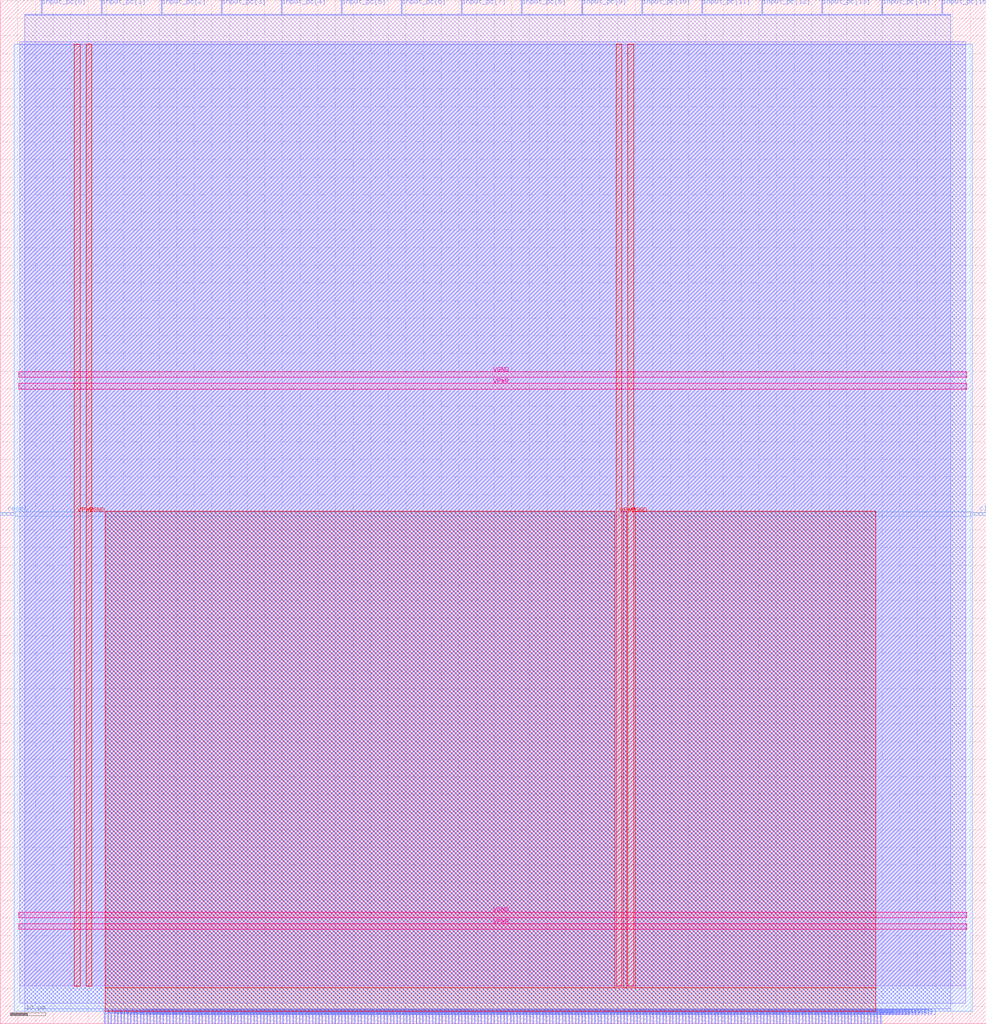
<source format=lef>
VERSION 5.7 ;
  NOWIREEXTENSIONATPIN ON ;
  DIVIDERCHAR "/" ;
  BUSBITCHARS "[]" ;
MACRO shifter
  CLASS BLOCK ;
  FOREIGN shifter ;
  ORIGIN 0.000 0.000 ;
  SIZE 279.495 BY 290.215 ;
  PIN VGND
    DIRECTION INOUT ;
    USE GROUND ;
    PORT
      LAYER met4 ;
        RECT 24.340 10.640 25.940 277.680 ;
    END
    PORT
      LAYER met4 ;
        RECT 177.940 10.640 179.540 277.680 ;
    END
    PORT
      LAYER met5 ;
        RECT 5.280 30.030 273.940 31.630 ;
    END
    PORT
      LAYER met5 ;
        RECT 5.280 183.210 273.940 184.810 ;
    END
  END VGND
  PIN VPWR
    DIRECTION INOUT ;
    USE POWER ;
    PORT
      LAYER met4 ;
        RECT 21.040 10.640 22.640 277.680 ;
    END
    PORT
      LAYER met4 ;
        RECT 174.640 10.640 176.240 277.680 ;
    END
    PORT
      LAYER met5 ;
        RECT 5.280 26.730 273.940 28.330 ;
    END
    PORT
      LAYER met5 ;
        RECT 5.280 179.910 273.940 181.510 ;
    END
  END VPWR
  PIN clk
    DIRECTION INPUT ;
    USE SIGNAL ;
    ANTENNAGATEAREA 0.852000 ;
    PORT
      LAYER met3 ;
        RECT 275.495 144.200 279.495 144.800 ;
    END
  END clk
  PIN input_pc[0]
    DIRECTION INPUT ;
    USE SIGNAL ;
    ANTENNAGATEAREA 0.213000 ;
    PORT
      LAYER met2 ;
        RECT 11.590 286.215 11.870 290.215 ;
    END
  END input_pc[0]
  PIN input_pc[10]
    DIRECTION INPUT ;
    USE SIGNAL ;
    ANTENNAGATEAREA 0.213000 ;
    PORT
      LAYER met2 ;
        RECT 181.790 286.215 182.070 290.215 ;
    END
  END input_pc[10]
  PIN input_pc[11]
    DIRECTION INPUT ;
    USE SIGNAL ;
    ANTENNAGATEAREA 0.196500 ;
    PORT
      LAYER met2 ;
        RECT 198.810 286.215 199.090 290.215 ;
    END
  END input_pc[11]
  PIN input_pc[12]
    DIRECTION INPUT ;
    USE SIGNAL ;
    ANTENNAGATEAREA 0.196500 ;
    PORT
      LAYER met2 ;
        RECT 215.830 286.215 216.110 290.215 ;
    END
  END input_pc[12]
  PIN input_pc[13]
    DIRECTION INPUT ;
    USE SIGNAL ;
    ANTENNAGATEAREA 0.196500 ;
    PORT
      LAYER met2 ;
        RECT 232.850 286.215 233.130 290.215 ;
    END
  END input_pc[13]
  PIN input_pc[14]
    DIRECTION INPUT ;
    USE SIGNAL ;
    ANTENNAGATEAREA 0.126000 ;
    PORT
      LAYER met2 ;
        RECT 249.870 286.215 250.150 290.215 ;
    END
  END input_pc[14]
  PIN input_pc[15]
    DIRECTION INPUT ;
    USE SIGNAL ;
    ANTENNAGATEAREA 0.126000 ;
    PORT
      LAYER met2 ;
        RECT 266.890 286.215 267.170 290.215 ;
    END
  END input_pc[15]
  PIN input_pc[1]
    DIRECTION INPUT ;
    USE SIGNAL ;
    ANTENNAGATEAREA 0.196500 ;
    PORT
      LAYER met2 ;
        RECT 28.610 286.215 28.890 290.215 ;
    END
  END input_pc[1]
  PIN input_pc[2]
    DIRECTION INPUT ;
    USE SIGNAL ;
    ANTENNAGATEAREA 0.126000 ;
    PORT
      LAYER met2 ;
        RECT 45.630 286.215 45.910 290.215 ;
    END
  END input_pc[2]
  PIN input_pc[3]
    DIRECTION INPUT ;
    USE SIGNAL ;
    ANTENNAGATEAREA 0.213000 ;
    PORT
      LAYER met2 ;
        RECT 62.650 286.215 62.930 290.215 ;
    END
  END input_pc[3]
  PIN input_pc[4]
    DIRECTION INPUT ;
    USE SIGNAL ;
    ANTENNAGATEAREA 0.196500 ;
    PORT
      LAYER met2 ;
        RECT 79.670 286.215 79.950 290.215 ;
    END
  END input_pc[4]
  PIN input_pc[5]
    DIRECTION INPUT ;
    USE SIGNAL ;
    ANTENNAGATEAREA 0.213000 ;
    PORT
      LAYER met2 ;
        RECT 96.690 286.215 96.970 290.215 ;
    END
  END input_pc[5]
  PIN input_pc[6]
    DIRECTION INPUT ;
    USE SIGNAL ;
    ANTENNAGATEAREA 0.213000 ;
    PORT
      LAYER met2 ;
        RECT 113.710 286.215 113.990 290.215 ;
    END
  END input_pc[6]
  PIN input_pc[7]
    DIRECTION INPUT ;
    USE SIGNAL ;
    ANTENNAGATEAREA 0.213000 ;
    PORT
      LAYER met2 ;
        RECT 130.730 286.215 131.010 290.215 ;
    END
  END input_pc[7]
  PIN input_pc[8]
    DIRECTION INPUT ;
    USE SIGNAL ;
    ANTENNAGATEAREA 0.213000 ;
    PORT
      LAYER met2 ;
        RECT 147.750 286.215 148.030 290.215 ;
    END
  END input_pc[8]
  PIN input_pc[9]
    DIRECTION INPUT ;
    USE SIGNAL ;
    ANTENNAGATEAREA 0.213000 ;
    PORT
      LAYER met2 ;
        RECT 164.770 286.215 165.050 290.215 ;
    END
  END input_pc[9]
  PIN output_ai[0]
    DIRECTION OUTPUT ;
    USE SIGNAL ;
    ANTENNADIFFAREA 0.445500 ;
    PORT
      LAYER met2 ;
        RECT 29.530 0.000 29.810 4.000 ;
    END
  END output_ai[0]
  PIN output_ai[100]
    DIRECTION OUTPUT ;
    USE SIGNAL ;
    ANTENNADIFFAREA 0.445500 ;
    PORT
      LAYER met2 ;
        RECT 121.530 0.000 121.810 4.000 ;
    END
  END output_ai[100]
  PIN output_ai[101]
    DIRECTION OUTPUT ;
    USE SIGNAL ;
    ANTENNADIFFAREA 0.445500 ;
    PORT
      LAYER met2 ;
        RECT 122.450 0.000 122.730 4.000 ;
    END
  END output_ai[101]
  PIN output_ai[102]
    DIRECTION OUTPUT ;
    USE SIGNAL ;
    ANTENNADIFFAREA 0.445500 ;
    PORT
      LAYER met2 ;
        RECT 123.370 0.000 123.650 4.000 ;
    END
  END output_ai[102]
  PIN output_ai[103]
    DIRECTION OUTPUT ;
    USE SIGNAL ;
    ANTENNADIFFAREA 0.445500 ;
    PORT
      LAYER met2 ;
        RECT 124.290 0.000 124.570 4.000 ;
    END
  END output_ai[103]
  PIN output_ai[104]
    DIRECTION OUTPUT ;
    USE SIGNAL ;
    ANTENNADIFFAREA 0.445500 ;
    PORT
      LAYER met2 ;
        RECT 125.210 0.000 125.490 4.000 ;
    END
  END output_ai[104]
  PIN output_ai[105]
    DIRECTION OUTPUT ;
    USE SIGNAL ;
    ANTENNADIFFAREA 0.445500 ;
    PORT
      LAYER met2 ;
        RECT 126.130 0.000 126.410 4.000 ;
    END
  END output_ai[105]
  PIN output_ai[106]
    DIRECTION OUTPUT ;
    USE SIGNAL ;
    ANTENNADIFFAREA 0.445500 ;
    PORT
      LAYER met2 ;
        RECT 127.050 0.000 127.330 4.000 ;
    END
  END output_ai[106]
  PIN output_ai[107]
    DIRECTION OUTPUT ;
    USE SIGNAL ;
    ANTENNADIFFAREA 0.445500 ;
    PORT
      LAYER met2 ;
        RECT 127.970 0.000 128.250 4.000 ;
    END
  END output_ai[107]
  PIN output_ai[108]
    DIRECTION OUTPUT ;
    USE SIGNAL ;
    ANTENNADIFFAREA 0.445500 ;
    PORT
      LAYER met2 ;
        RECT 128.890 0.000 129.170 4.000 ;
    END
  END output_ai[108]
  PIN output_ai[109]
    DIRECTION OUTPUT ;
    USE SIGNAL ;
    ANTENNADIFFAREA 0.445500 ;
    PORT
      LAYER met2 ;
        RECT 129.810 0.000 130.090 4.000 ;
    END
  END output_ai[109]
  PIN output_ai[10]
    DIRECTION OUTPUT ;
    USE SIGNAL ;
    ANTENNADIFFAREA 0.445500 ;
    PORT
      LAYER met2 ;
        RECT 38.730 0.000 39.010 4.000 ;
    END
  END output_ai[10]
  PIN output_ai[110]
    DIRECTION OUTPUT ;
    USE SIGNAL ;
    ANTENNADIFFAREA 0.445500 ;
    PORT
      LAYER met2 ;
        RECT 130.730 0.000 131.010 4.000 ;
    END
  END output_ai[110]
  PIN output_ai[111]
    DIRECTION OUTPUT ;
    USE SIGNAL ;
    ANTENNADIFFAREA 0.445500 ;
    PORT
      LAYER met2 ;
        RECT 131.650 0.000 131.930 4.000 ;
    END
  END output_ai[111]
  PIN output_ai[112]
    DIRECTION OUTPUT ;
    USE SIGNAL ;
    ANTENNADIFFAREA 0.445500 ;
    PORT
      LAYER met2 ;
        RECT 132.570 0.000 132.850 4.000 ;
    END
  END output_ai[112]
  PIN output_ai[113]
    DIRECTION OUTPUT ;
    USE SIGNAL ;
    ANTENNADIFFAREA 0.445500 ;
    PORT
      LAYER met2 ;
        RECT 133.490 0.000 133.770 4.000 ;
    END
  END output_ai[113]
  PIN output_ai[114]
    DIRECTION OUTPUT ;
    USE SIGNAL ;
    ANTENNADIFFAREA 0.445500 ;
    PORT
      LAYER met2 ;
        RECT 134.410 0.000 134.690 4.000 ;
    END
  END output_ai[114]
  PIN output_ai[115]
    DIRECTION OUTPUT ;
    USE SIGNAL ;
    ANTENNADIFFAREA 0.445500 ;
    PORT
      LAYER met2 ;
        RECT 135.330 0.000 135.610 4.000 ;
    END
  END output_ai[115]
  PIN output_ai[116]
    DIRECTION OUTPUT ;
    USE SIGNAL ;
    ANTENNADIFFAREA 0.445500 ;
    PORT
      LAYER met2 ;
        RECT 136.250 0.000 136.530 4.000 ;
    END
  END output_ai[116]
  PIN output_ai[117]
    DIRECTION OUTPUT ;
    USE SIGNAL ;
    ANTENNADIFFAREA 0.445500 ;
    PORT
      LAYER met2 ;
        RECT 137.170 0.000 137.450 4.000 ;
    END
  END output_ai[117]
  PIN output_ai[118]
    DIRECTION OUTPUT ;
    USE SIGNAL ;
    ANTENNADIFFAREA 0.445500 ;
    PORT
      LAYER met2 ;
        RECT 138.090 0.000 138.370 4.000 ;
    END
  END output_ai[118]
  PIN output_ai[119]
    DIRECTION OUTPUT ;
    USE SIGNAL ;
    ANTENNADIFFAREA 0.445500 ;
    PORT
      LAYER met2 ;
        RECT 139.010 0.000 139.290 4.000 ;
    END
  END output_ai[119]
  PIN output_ai[11]
    DIRECTION OUTPUT ;
    USE SIGNAL ;
    ANTENNADIFFAREA 0.445500 ;
    PORT
      LAYER met2 ;
        RECT 39.650 0.000 39.930 4.000 ;
    END
  END output_ai[11]
  PIN output_ai[120]
    DIRECTION OUTPUT ;
    USE SIGNAL ;
    ANTENNADIFFAREA 0.445500 ;
    PORT
      LAYER met2 ;
        RECT 139.930 0.000 140.210 4.000 ;
    END
  END output_ai[120]
  PIN output_ai[121]
    DIRECTION OUTPUT ;
    USE SIGNAL ;
    ANTENNADIFFAREA 0.445500 ;
    PORT
      LAYER met2 ;
        RECT 140.850 0.000 141.130 4.000 ;
    END
  END output_ai[121]
  PIN output_ai[122]
    DIRECTION OUTPUT ;
    USE SIGNAL ;
    ANTENNADIFFAREA 0.445500 ;
    PORT
      LAYER met2 ;
        RECT 141.770 0.000 142.050 4.000 ;
    END
  END output_ai[122]
  PIN output_ai[123]
    DIRECTION OUTPUT ;
    USE SIGNAL ;
    ANTENNADIFFAREA 0.445500 ;
    PORT
      LAYER met2 ;
        RECT 142.690 0.000 142.970 4.000 ;
    END
  END output_ai[123]
  PIN output_ai[124]
    DIRECTION OUTPUT ;
    USE SIGNAL ;
    ANTENNADIFFAREA 0.445500 ;
    PORT
      LAYER met2 ;
        RECT 143.610 0.000 143.890 4.000 ;
    END
  END output_ai[124]
  PIN output_ai[125]
    DIRECTION OUTPUT ;
    USE SIGNAL ;
    ANTENNADIFFAREA 0.445500 ;
    PORT
      LAYER met2 ;
        RECT 144.530 0.000 144.810 4.000 ;
    END
  END output_ai[125]
  PIN output_ai[126]
    DIRECTION OUTPUT ;
    USE SIGNAL ;
    ANTENNADIFFAREA 0.445500 ;
    PORT
      LAYER met2 ;
        RECT 145.450 0.000 145.730 4.000 ;
    END
  END output_ai[126]
  PIN output_ai[127]
    DIRECTION OUTPUT ;
    USE SIGNAL ;
    ANTENNADIFFAREA 0.445500 ;
    PORT
      LAYER met2 ;
        RECT 146.370 0.000 146.650 4.000 ;
    END
  END output_ai[127]
  PIN output_ai[128]
    DIRECTION OUTPUT ;
    USE SIGNAL ;
    ANTENNADIFFAREA 0.445500 ;
    PORT
      LAYER met2 ;
        RECT 147.290 0.000 147.570 4.000 ;
    END
  END output_ai[128]
  PIN output_ai[129]
    DIRECTION OUTPUT ;
    USE SIGNAL ;
    ANTENNADIFFAREA 0.445500 ;
    PORT
      LAYER met2 ;
        RECT 148.210 0.000 148.490 4.000 ;
    END
  END output_ai[129]
  PIN output_ai[12]
    DIRECTION OUTPUT ;
    USE SIGNAL ;
    ANTENNADIFFAREA 0.445500 ;
    PORT
      LAYER met2 ;
        RECT 40.570 0.000 40.850 4.000 ;
    END
  END output_ai[12]
  PIN output_ai[130]
    DIRECTION OUTPUT ;
    USE SIGNAL ;
    ANTENNADIFFAREA 0.445500 ;
    PORT
      LAYER met2 ;
        RECT 149.130 0.000 149.410 4.000 ;
    END
  END output_ai[130]
  PIN output_ai[131]
    DIRECTION OUTPUT ;
    USE SIGNAL ;
    ANTENNADIFFAREA 0.445500 ;
    PORT
      LAYER met2 ;
        RECT 150.050 0.000 150.330 4.000 ;
    END
  END output_ai[131]
  PIN output_ai[132]
    DIRECTION OUTPUT ;
    USE SIGNAL ;
    ANTENNADIFFAREA 0.445500 ;
    PORT
      LAYER met2 ;
        RECT 150.970 0.000 151.250 4.000 ;
    END
  END output_ai[132]
  PIN output_ai[133]
    DIRECTION OUTPUT ;
    USE SIGNAL ;
    ANTENNADIFFAREA 0.445500 ;
    PORT
      LAYER met2 ;
        RECT 151.890 0.000 152.170 4.000 ;
    END
  END output_ai[133]
  PIN output_ai[134]
    DIRECTION OUTPUT ;
    USE SIGNAL ;
    ANTENNADIFFAREA 0.445500 ;
    PORT
      LAYER met2 ;
        RECT 152.810 0.000 153.090 4.000 ;
    END
  END output_ai[134]
  PIN output_ai[135]
    DIRECTION OUTPUT ;
    USE SIGNAL ;
    ANTENNADIFFAREA 0.445500 ;
    PORT
      LAYER met2 ;
        RECT 153.730 0.000 154.010 4.000 ;
    END
  END output_ai[135]
  PIN output_ai[136]
    DIRECTION OUTPUT ;
    USE SIGNAL ;
    ANTENNADIFFAREA 0.445500 ;
    PORT
      LAYER met2 ;
        RECT 154.650 0.000 154.930 4.000 ;
    END
  END output_ai[136]
  PIN output_ai[137]
    DIRECTION OUTPUT ;
    USE SIGNAL ;
    ANTENNADIFFAREA 0.445500 ;
    PORT
      LAYER met2 ;
        RECT 155.570 0.000 155.850 4.000 ;
    END
  END output_ai[137]
  PIN output_ai[138]
    DIRECTION OUTPUT ;
    USE SIGNAL ;
    ANTENNADIFFAREA 0.445500 ;
    PORT
      LAYER met2 ;
        RECT 156.490 0.000 156.770 4.000 ;
    END
  END output_ai[138]
  PIN output_ai[139]
    DIRECTION OUTPUT ;
    USE SIGNAL ;
    ANTENNADIFFAREA 0.445500 ;
    PORT
      LAYER met2 ;
        RECT 157.410 0.000 157.690 4.000 ;
    END
  END output_ai[139]
  PIN output_ai[13]
    DIRECTION OUTPUT ;
    USE SIGNAL ;
    ANTENNADIFFAREA 0.445500 ;
    PORT
      LAYER met2 ;
        RECT 41.490 0.000 41.770 4.000 ;
    END
  END output_ai[13]
  PIN output_ai[140]
    DIRECTION OUTPUT ;
    USE SIGNAL ;
    ANTENNADIFFAREA 0.445500 ;
    PORT
      LAYER met2 ;
        RECT 158.330 0.000 158.610 4.000 ;
    END
  END output_ai[140]
  PIN output_ai[141]
    DIRECTION OUTPUT ;
    USE SIGNAL ;
    ANTENNADIFFAREA 0.445500 ;
    PORT
      LAYER met2 ;
        RECT 159.250 0.000 159.530 4.000 ;
    END
  END output_ai[141]
  PIN output_ai[142]
    DIRECTION OUTPUT ;
    USE SIGNAL ;
    ANTENNADIFFAREA 0.445500 ;
    PORT
      LAYER met2 ;
        RECT 160.170 0.000 160.450 4.000 ;
    END
  END output_ai[142]
  PIN output_ai[143]
    DIRECTION OUTPUT ;
    USE SIGNAL ;
    ANTENNADIFFAREA 0.445500 ;
    PORT
      LAYER met2 ;
        RECT 161.090 0.000 161.370 4.000 ;
    END
  END output_ai[143]
  PIN output_ai[144]
    DIRECTION OUTPUT ;
    USE SIGNAL ;
    ANTENNADIFFAREA 0.445500 ;
    PORT
      LAYER met2 ;
        RECT 162.010 0.000 162.290 4.000 ;
    END
  END output_ai[144]
  PIN output_ai[145]
    DIRECTION OUTPUT ;
    USE SIGNAL ;
    ANTENNADIFFAREA 0.445500 ;
    PORT
      LAYER met2 ;
        RECT 162.930 0.000 163.210 4.000 ;
    END
  END output_ai[145]
  PIN output_ai[146]
    DIRECTION OUTPUT ;
    USE SIGNAL ;
    ANTENNADIFFAREA 0.445500 ;
    PORT
      LAYER met2 ;
        RECT 163.850 0.000 164.130 4.000 ;
    END
  END output_ai[146]
  PIN output_ai[147]
    DIRECTION OUTPUT ;
    USE SIGNAL ;
    ANTENNADIFFAREA 0.445500 ;
    PORT
      LAYER met2 ;
        RECT 164.770 0.000 165.050 4.000 ;
    END
  END output_ai[147]
  PIN output_ai[148]
    DIRECTION OUTPUT ;
    USE SIGNAL ;
    ANTENNADIFFAREA 0.445500 ;
    PORT
      LAYER met2 ;
        RECT 165.690 0.000 165.970 4.000 ;
    END
  END output_ai[148]
  PIN output_ai[149]
    DIRECTION OUTPUT ;
    USE SIGNAL ;
    ANTENNADIFFAREA 0.445500 ;
    PORT
      LAYER met2 ;
        RECT 166.610 0.000 166.890 4.000 ;
    END
  END output_ai[149]
  PIN output_ai[14]
    DIRECTION OUTPUT ;
    USE SIGNAL ;
    ANTENNADIFFAREA 0.445500 ;
    PORT
      LAYER met2 ;
        RECT 42.410 0.000 42.690 4.000 ;
    END
  END output_ai[14]
  PIN output_ai[150]
    DIRECTION OUTPUT ;
    USE SIGNAL ;
    ANTENNADIFFAREA 0.445500 ;
    PORT
      LAYER met2 ;
        RECT 167.530 0.000 167.810 4.000 ;
    END
  END output_ai[150]
  PIN output_ai[151]
    DIRECTION OUTPUT ;
    USE SIGNAL ;
    ANTENNADIFFAREA 0.445500 ;
    PORT
      LAYER met2 ;
        RECT 168.450 0.000 168.730 4.000 ;
    END
  END output_ai[151]
  PIN output_ai[152]
    DIRECTION OUTPUT ;
    USE SIGNAL ;
    ANTENNADIFFAREA 0.445500 ;
    PORT
      LAYER met2 ;
        RECT 169.370 0.000 169.650 4.000 ;
    END
  END output_ai[152]
  PIN output_ai[153]
    DIRECTION OUTPUT ;
    USE SIGNAL ;
    ANTENNADIFFAREA 0.445500 ;
    PORT
      LAYER met2 ;
        RECT 170.290 0.000 170.570 4.000 ;
    END
  END output_ai[153]
  PIN output_ai[154]
    DIRECTION OUTPUT ;
    USE SIGNAL ;
    ANTENNADIFFAREA 0.445500 ;
    PORT
      LAYER met2 ;
        RECT 171.210 0.000 171.490 4.000 ;
    END
  END output_ai[154]
  PIN output_ai[155]
    DIRECTION OUTPUT ;
    USE SIGNAL ;
    ANTENNADIFFAREA 0.445500 ;
    PORT
      LAYER met2 ;
        RECT 172.130 0.000 172.410 4.000 ;
    END
  END output_ai[155]
  PIN output_ai[156]
    DIRECTION OUTPUT ;
    USE SIGNAL ;
    ANTENNADIFFAREA 0.445500 ;
    PORT
      LAYER met2 ;
        RECT 173.050 0.000 173.330 4.000 ;
    END
  END output_ai[156]
  PIN output_ai[157]
    DIRECTION OUTPUT ;
    USE SIGNAL ;
    ANTENNADIFFAREA 0.445500 ;
    PORT
      LAYER met2 ;
        RECT 173.970 0.000 174.250 4.000 ;
    END
  END output_ai[157]
  PIN output_ai[158]
    DIRECTION OUTPUT ;
    USE SIGNAL ;
    ANTENNADIFFAREA 0.445500 ;
    PORT
      LAYER met2 ;
        RECT 174.890 0.000 175.170 4.000 ;
    END
  END output_ai[158]
  PIN output_ai[159]
    DIRECTION OUTPUT ;
    USE SIGNAL ;
    ANTENNADIFFAREA 0.445500 ;
    PORT
      LAYER met2 ;
        RECT 175.810 0.000 176.090 4.000 ;
    END
  END output_ai[159]
  PIN output_ai[15]
    DIRECTION OUTPUT ;
    USE SIGNAL ;
    ANTENNADIFFAREA 0.445500 ;
    PORT
      LAYER met2 ;
        RECT 43.330 0.000 43.610 4.000 ;
    END
  END output_ai[15]
  PIN output_ai[160]
    DIRECTION OUTPUT ;
    USE SIGNAL ;
    ANTENNADIFFAREA 0.445500 ;
    PORT
      LAYER met2 ;
        RECT 176.730 0.000 177.010 4.000 ;
    END
  END output_ai[160]
  PIN output_ai[161]
    DIRECTION OUTPUT ;
    USE SIGNAL ;
    ANTENNADIFFAREA 0.445500 ;
    PORT
      LAYER met2 ;
        RECT 177.650 0.000 177.930 4.000 ;
    END
  END output_ai[161]
  PIN output_ai[162]
    DIRECTION OUTPUT ;
    USE SIGNAL ;
    ANTENNADIFFAREA 0.445500 ;
    PORT
      LAYER met2 ;
        RECT 178.570 0.000 178.850 4.000 ;
    END
  END output_ai[162]
  PIN output_ai[163]
    DIRECTION OUTPUT ;
    USE SIGNAL ;
    ANTENNADIFFAREA 0.445500 ;
    PORT
      LAYER met2 ;
        RECT 179.490 0.000 179.770 4.000 ;
    END
  END output_ai[163]
  PIN output_ai[164]
    DIRECTION OUTPUT ;
    USE SIGNAL ;
    ANTENNADIFFAREA 0.445500 ;
    PORT
      LAYER met2 ;
        RECT 180.410 0.000 180.690 4.000 ;
    END
  END output_ai[164]
  PIN output_ai[165]
    DIRECTION OUTPUT ;
    USE SIGNAL ;
    ANTENNADIFFAREA 0.445500 ;
    PORT
      LAYER met2 ;
        RECT 181.330 0.000 181.610 4.000 ;
    END
  END output_ai[165]
  PIN output_ai[166]
    DIRECTION OUTPUT ;
    USE SIGNAL ;
    ANTENNADIFFAREA 0.445500 ;
    PORT
      LAYER met2 ;
        RECT 182.250 0.000 182.530 4.000 ;
    END
  END output_ai[166]
  PIN output_ai[167]
    DIRECTION OUTPUT ;
    USE SIGNAL ;
    ANTENNADIFFAREA 0.445500 ;
    PORT
      LAYER met2 ;
        RECT 183.170 0.000 183.450 4.000 ;
    END
  END output_ai[167]
  PIN output_ai[168]
    DIRECTION OUTPUT ;
    USE SIGNAL ;
    ANTENNADIFFAREA 0.445500 ;
    PORT
      LAYER met2 ;
        RECT 184.090 0.000 184.370 4.000 ;
    END
  END output_ai[168]
  PIN output_ai[169]
    DIRECTION OUTPUT ;
    USE SIGNAL ;
    ANTENNADIFFAREA 0.445500 ;
    PORT
      LAYER met2 ;
        RECT 185.010 0.000 185.290 4.000 ;
    END
  END output_ai[169]
  PIN output_ai[16]
    DIRECTION OUTPUT ;
    USE SIGNAL ;
    ANTENNADIFFAREA 0.445500 ;
    PORT
      LAYER met2 ;
        RECT 44.250 0.000 44.530 4.000 ;
    END
  END output_ai[16]
  PIN output_ai[170]
    DIRECTION OUTPUT ;
    USE SIGNAL ;
    ANTENNADIFFAREA 0.445500 ;
    PORT
      LAYER met2 ;
        RECT 185.930 0.000 186.210 4.000 ;
    END
  END output_ai[170]
  PIN output_ai[171]
    DIRECTION OUTPUT ;
    USE SIGNAL ;
    ANTENNADIFFAREA 0.445500 ;
    PORT
      LAYER met2 ;
        RECT 186.850 0.000 187.130 4.000 ;
    END
  END output_ai[171]
  PIN output_ai[172]
    DIRECTION OUTPUT ;
    USE SIGNAL ;
    ANTENNADIFFAREA 0.445500 ;
    PORT
      LAYER met2 ;
        RECT 187.770 0.000 188.050 4.000 ;
    END
  END output_ai[172]
  PIN output_ai[173]
    DIRECTION OUTPUT ;
    USE SIGNAL ;
    ANTENNADIFFAREA 0.445500 ;
    PORT
      LAYER met2 ;
        RECT 188.690 0.000 188.970 4.000 ;
    END
  END output_ai[173]
  PIN output_ai[174]
    DIRECTION OUTPUT ;
    USE SIGNAL ;
    ANTENNADIFFAREA 0.445500 ;
    PORT
      LAYER met2 ;
        RECT 189.610 0.000 189.890 4.000 ;
    END
  END output_ai[174]
  PIN output_ai[175]
    DIRECTION OUTPUT ;
    USE SIGNAL ;
    ANTENNADIFFAREA 0.445500 ;
    PORT
      LAYER met2 ;
        RECT 190.530 0.000 190.810 4.000 ;
    END
  END output_ai[175]
  PIN output_ai[176]
    DIRECTION OUTPUT ;
    USE SIGNAL ;
    ANTENNADIFFAREA 0.445500 ;
    PORT
      LAYER met2 ;
        RECT 191.450 0.000 191.730 4.000 ;
    END
  END output_ai[176]
  PIN output_ai[177]
    DIRECTION OUTPUT ;
    USE SIGNAL ;
    ANTENNADIFFAREA 0.445500 ;
    PORT
      LAYER met2 ;
        RECT 192.370 0.000 192.650 4.000 ;
    END
  END output_ai[177]
  PIN output_ai[178]
    DIRECTION OUTPUT ;
    USE SIGNAL ;
    ANTENNADIFFAREA 0.445500 ;
    PORT
      LAYER met2 ;
        RECT 193.290 0.000 193.570 4.000 ;
    END
  END output_ai[178]
  PIN output_ai[179]
    DIRECTION OUTPUT ;
    USE SIGNAL ;
    ANTENNADIFFAREA 0.445500 ;
    PORT
      LAYER met2 ;
        RECT 194.210 0.000 194.490 4.000 ;
    END
  END output_ai[179]
  PIN output_ai[17]
    DIRECTION OUTPUT ;
    USE SIGNAL ;
    ANTENNADIFFAREA 0.445500 ;
    PORT
      LAYER met2 ;
        RECT 45.170 0.000 45.450 4.000 ;
    END
  END output_ai[17]
  PIN output_ai[180]
    DIRECTION OUTPUT ;
    USE SIGNAL ;
    ANTENNADIFFAREA 0.445500 ;
    PORT
      LAYER met2 ;
        RECT 195.130 0.000 195.410 4.000 ;
    END
  END output_ai[180]
  PIN output_ai[181]
    DIRECTION OUTPUT ;
    USE SIGNAL ;
    ANTENNADIFFAREA 0.445500 ;
    PORT
      LAYER met2 ;
        RECT 196.050 0.000 196.330 4.000 ;
    END
  END output_ai[181]
  PIN output_ai[182]
    DIRECTION OUTPUT ;
    USE SIGNAL ;
    ANTENNADIFFAREA 0.445500 ;
    PORT
      LAYER met2 ;
        RECT 196.970 0.000 197.250 4.000 ;
    END
  END output_ai[182]
  PIN output_ai[183]
    DIRECTION OUTPUT ;
    USE SIGNAL ;
    ANTENNADIFFAREA 0.445500 ;
    PORT
      LAYER met2 ;
        RECT 197.890 0.000 198.170 4.000 ;
    END
  END output_ai[183]
  PIN output_ai[184]
    DIRECTION OUTPUT ;
    USE SIGNAL ;
    ANTENNADIFFAREA 0.445500 ;
    PORT
      LAYER met2 ;
        RECT 198.810 0.000 199.090 4.000 ;
    END
  END output_ai[184]
  PIN output_ai[185]
    DIRECTION OUTPUT ;
    USE SIGNAL ;
    ANTENNADIFFAREA 0.445500 ;
    PORT
      LAYER met2 ;
        RECT 199.730 0.000 200.010 4.000 ;
    END
  END output_ai[185]
  PIN output_ai[186]
    DIRECTION OUTPUT ;
    USE SIGNAL ;
    ANTENNADIFFAREA 0.445500 ;
    PORT
      LAYER met2 ;
        RECT 200.650 0.000 200.930 4.000 ;
    END
  END output_ai[186]
  PIN output_ai[187]
    DIRECTION OUTPUT ;
    USE SIGNAL ;
    ANTENNADIFFAREA 0.445500 ;
    PORT
      LAYER met2 ;
        RECT 201.570 0.000 201.850 4.000 ;
    END
  END output_ai[187]
  PIN output_ai[188]
    DIRECTION OUTPUT ;
    USE SIGNAL ;
    ANTENNADIFFAREA 0.445500 ;
    PORT
      LAYER met2 ;
        RECT 202.490 0.000 202.770 4.000 ;
    END
  END output_ai[188]
  PIN output_ai[189]
    DIRECTION OUTPUT ;
    USE SIGNAL ;
    ANTENNADIFFAREA 0.445500 ;
    PORT
      LAYER met2 ;
        RECT 203.410 0.000 203.690 4.000 ;
    END
  END output_ai[189]
  PIN output_ai[18]
    DIRECTION OUTPUT ;
    USE SIGNAL ;
    ANTENNADIFFAREA 0.445500 ;
    PORT
      LAYER met2 ;
        RECT 46.090 0.000 46.370 4.000 ;
    END
  END output_ai[18]
  PIN output_ai[190]
    DIRECTION OUTPUT ;
    USE SIGNAL ;
    ANTENNADIFFAREA 0.445500 ;
    PORT
      LAYER met2 ;
        RECT 204.330 0.000 204.610 4.000 ;
    END
  END output_ai[190]
  PIN output_ai[191]
    DIRECTION OUTPUT ;
    USE SIGNAL ;
    ANTENNADIFFAREA 0.445500 ;
    PORT
      LAYER met2 ;
        RECT 205.250 0.000 205.530 4.000 ;
    END
  END output_ai[191]
  PIN output_ai[192]
    DIRECTION OUTPUT ;
    USE SIGNAL ;
    ANTENNADIFFAREA 0.445500 ;
    PORT
      LAYER met2 ;
        RECT 206.170 0.000 206.450 4.000 ;
    END
  END output_ai[192]
  PIN output_ai[193]
    DIRECTION OUTPUT ;
    USE SIGNAL ;
    ANTENNADIFFAREA 0.445500 ;
    PORT
      LAYER met2 ;
        RECT 207.090 0.000 207.370 4.000 ;
    END
  END output_ai[193]
  PIN output_ai[194]
    DIRECTION OUTPUT ;
    USE SIGNAL ;
    ANTENNADIFFAREA 0.445500 ;
    PORT
      LAYER met2 ;
        RECT 208.010 0.000 208.290 4.000 ;
    END
  END output_ai[194]
  PIN output_ai[195]
    DIRECTION OUTPUT ;
    USE SIGNAL ;
    ANTENNADIFFAREA 0.445500 ;
    PORT
      LAYER met2 ;
        RECT 208.930 0.000 209.210 4.000 ;
    END
  END output_ai[195]
  PIN output_ai[196]
    DIRECTION OUTPUT ;
    USE SIGNAL ;
    ANTENNADIFFAREA 0.445500 ;
    PORT
      LAYER met2 ;
        RECT 209.850 0.000 210.130 4.000 ;
    END
  END output_ai[196]
  PIN output_ai[197]
    DIRECTION OUTPUT ;
    USE SIGNAL ;
    ANTENNADIFFAREA 0.445500 ;
    PORT
      LAYER met2 ;
        RECT 210.770 0.000 211.050 4.000 ;
    END
  END output_ai[197]
  PIN output_ai[198]
    DIRECTION OUTPUT ;
    USE SIGNAL ;
    ANTENNADIFFAREA 0.445500 ;
    PORT
      LAYER met2 ;
        RECT 211.690 0.000 211.970 4.000 ;
    END
  END output_ai[198]
  PIN output_ai[199]
    DIRECTION OUTPUT ;
    USE SIGNAL ;
    ANTENNADIFFAREA 0.445500 ;
    PORT
      LAYER met2 ;
        RECT 212.610 0.000 212.890 4.000 ;
    END
  END output_ai[199]
  PIN output_ai[19]
    DIRECTION OUTPUT ;
    USE SIGNAL ;
    ANTENNADIFFAREA 0.445500 ;
    PORT
      LAYER met2 ;
        RECT 47.010 0.000 47.290 4.000 ;
    END
  END output_ai[19]
  PIN output_ai[1]
    DIRECTION OUTPUT ;
    USE SIGNAL ;
    ANTENNADIFFAREA 0.445500 ;
    PORT
      LAYER met2 ;
        RECT 30.450 0.000 30.730 4.000 ;
    END
  END output_ai[1]
  PIN output_ai[200]
    DIRECTION OUTPUT ;
    USE SIGNAL ;
    ANTENNADIFFAREA 0.445500 ;
    PORT
      LAYER met2 ;
        RECT 213.530 0.000 213.810 4.000 ;
    END
  END output_ai[200]
  PIN output_ai[201]
    DIRECTION OUTPUT ;
    USE SIGNAL ;
    ANTENNADIFFAREA 0.445500 ;
    PORT
      LAYER met2 ;
        RECT 214.450 0.000 214.730 4.000 ;
    END
  END output_ai[201]
  PIN output_ai[202]
    DIRECTION OUTPUT ;
    USE SIGNAL ;
    ANTENNADIFFAREA 0.445500 ;
    PORT
      LAYER met2 ;
        RECT 215.370 0.000 215.650 4.000 ;
    END
  END output_ai[202]
  PIN output_ai[203]
    DIRECTION OUTPUT ;
    USE SIGNAL ;
    ANTENNADIFFAREA 0.445500 ;
    PORT
      LAYER met2 ;
        RECT 216.290 0.000 216.570 4.000 ;
    END
  END output_ai[203]
  PIN output_ai[204]
    DIRECTION OUTPUT ;
    USE SIGNAL ;
    ANTENNADIFFAREA 0.445500 ;
    PORT
      LAYER met2 ;
        RECT 217.210 0.000 217.490 4.000 ;
    END
  END output_ai[204]
  PIN output_ai[205]
    DIRECTION OUTPUT ;
    USE SIGNAL ;
    ANTENNADIFFAREA 0.445500 ;
    PORT
      LAYER met2 ;
        RECT 218.130 0.000 218.410 4.000 ;
    END
  END output_ai[205]
  PIN output_ai[206]
    DIRECTION OUTPUT ;
    USE SIGNAL ;
    ANTENNADIFFAREA 0.445500 ;
    PORT
      LAYER met2 ;
        RECT 219.050 0.000 219.330 4.000 ;
    END
  END output_ai[206]
  PIN output_ai[207]
    DIRECTION OUTPUT ;
    USE SIGNAL ;
    ANTENNADIFFAREA 0.445500 ;
    PORT
      LAYER met2 ;
        RECT 219.970 0.000 220.250 4.000 ;
    END
  END output_ai[207]
  PIN output_ai[208]
    DIRECTION OUTPUT ;
    USE SIGNAL ;
    ANTENNADIFFAREA 0.445500 ;
    PORT
      LAYER met2 ;
        RECT 220.890 0.000 221.170 4.000 ;
    END
  END output_ai[208]
  PIN output_ai[209]
    DIRECTION OUTPUT ;
    USE SIGNAL ;
    ANTENNADIFFAREA 0.445500 ;
    PORT
      LAYER met2 ;
        RECT 221.810 0.000 222.090 4.000 ;
    END
  END output_ai[209]
  PIN output_ai[20]
    DIRECTION OUTPUT ;
    USE SIGNAL ;
    ANTENNADIFFAREA 0.445500 ;
    PORT
      LAYER met2 ;
        RECT 47.930 0.000 48.210 4.000 ;
    END
  END output_ai[20]
  PIN output_ai[210]
    DIRECTION OUTPUT ;
    USE SIGNAL ;
    ANTENNADIFFAREA 0.445500 ;
    PORT
      LAYER met2 ;
        RECT 222.730 0.000 223.010 4.000 ;
    END
  END output_ai[210]
  PIN output_ai[211]
    DIRECTION OUTPUT ;
    USE SIGNAL ;
    ANTENNADIFFAREA 0.445500 ;
    PORT
      LAYER met2 ;
        RECT 223.650 0.000 223.930 4.000 ;
    END
  END output_ai[211]
  PIN output_ai[212]
    DIRECTION OUTPUT ;
    USE SIGNAL ;
    ANTENNADIFFAREA 0.445500 ;
    PORT
      LAYER met2 ;
        RECT 224.570 0.000 224.850 4.000 ;
    END
  END output_ai[212]
  PIN output_ai[213]
    DIRECTION OUTPUT ;
    USE SIGNAL ;
    ANTENNADIFFAREA 0.445500 ;
    PORT
      LAYER met2 ;
        RECT 225.490 0.000 225.770 4.000 ;
    END
  END output_ai[213]
  PIN output_ai[214]
    DIRECTION OUTPUT ;
    USE SIGNAL ;
    ANTENNADIFFAREA 0.445500 ;
    PORT
      LAYER met2 ;
        RECT 226.410 0.000 226.690 4.000 ;
    END
  END output_ai[214]
  PIN output_ai[215]
    DIRECTION OUTPUT ;
    USE SIGNAL ;
    ANTENNADIFFAREA 0.445500 ;
    PORT
      LAYER met2 ;
        RECT 227.330 0.000 227.610 4.000 ;
    END
  END output_ai[215]
  PIN output_ai[216]
    DIRECTION OUTPUT ;
    USE SIGNAL ;
    ANTENNADIFFAREA 0.445500 ;
    PORT
      LAYER met2 ;
        RECT 228.250 0.000 228.530 4.000 ;
    END
  END output_ai[216]
  PIN output_ai[217]
    DIRECTION OUTPUT ;
    USE SIGNAL ;
    ANTENNADIFFAREA 0.445500 ;
    PORT
      LAYER met2 ;
        RECT 229.170 0.000 229.450 4.000 ;
    END
  END output_ai[217]
  PIN output_ai[218]
    DIRECTION OUTPUT ;
    USE SIGNAL ;
    ANTENNADIFFAREA 0.445500 ;
    PORT
      LAYER met2 ;
        RECT 230.090 0.000 230.370 4.000 ;
    END
  END output_ai[218]
  PIN output_ai[219]
    DIRECTION OUTPUT ;
    USE SIGNAL ;
    ANTENNADIFFAREA 0.445500 ;
    PORT
      LAYER met2 ;
        RECT 231.010 0.000 231.290 4.000 ;
    END
  END output_ai[219]
  PIN output_ai[21]
    DIRECTION OUTPUT ;
    USE SIGNAL ;
    ANTENNADIFFAREA 0.445500 ;
    PORT
      LAYER met2 ;
        RECT 48.850 0.000 49.130 4.000 ;
    END
  END output_ai[21]
  PIN output_ai[220]
    DIRECTION OUTPUT ;
    USE SIGNAL ;
    ANTENNADIFFAREA 0.445500 ;
    PORT
      LAYER met2 ;
        RECT 231.930 0.000 232.210 4.000 ;
    END
  END output_ai[220]
  PIN output_ai[221]
    DIRECTION OUTPUT ;
    USE SIGNAL ;
    ANTENNADIFFAREA 0.445500 ;
    PORT
      LAYER met2 ;
        RECT 232.850 0.000 233.130 4.000 ;
    END
  END output_ai[221]
  PIN output_ai[222]
    DIRECTION OUTPUT ;
    USE SIGNAL ;
    ANTENNADIFFAREA 0.445500 ;
    PORT
      LAYER met2 ;
        RECT 233.770 0.000 234.050 4.000 ;
    END
  END output_ai[222]
  PIN output_ai[223]
    DIRECTION OUTPUT ;
    USE SIGNAL ;
    ANTENNADIFFAREA 0.445500 ;
    PORT
      LAYER met2 ;
        RECT 234.690 0.000 234.970 4.000 ;
    END
  END output_ai[223]
  PIN output_ai[224]
    DIRECTION OUTPUT ;
    USE SIGNAL ;
    ANTENNADIFFAREA 0.445500 ;
    PORT
      LAYER met2 ;
        RECT 235.610 0.000 235.890 4.000 ;
    END
  END output_ai[224]
  PIN output_ai[225]
    DIRECTION OUTPUT ;
    USE SIGNAL ;
    ANTENNADIFFAREA 0.445500 ;
    PORT
      LAYER met2 ;
        RECT 236.530 0.000 236.810 4.000 ;
    END
  END output_ai[225]
  PIN output_ai[226]
    DIRECTION OUTPUT ;
    USE SIGNAL ;
    ANTENNADIFFAREA 0.445500 ;
    PORT
      LAYER met2 ;
        RECT 237.450 0.000 237.730 4.000 ;
    END
  END output_ai[226]
  PIN output_ai[227]
    DIRECTION OUTPUT ;
    USE SIGNAL ;
    ANTENNADIFFAREA 0.445500 ;
    PORT
      LAYER met2 ;
        RECT 238.370 0.000 238.650 4.000 ;
    END
  END output_ai[227]
  PIN output_ai[228]
    DIRECTION OUTPUT ;
    USE SIGNAL ;
    ANTENNADIFFAREA 0.445500 ;
    PORT
      LAYER met2 ;
        RECT 239.290 0.000 239.570 4.000 ;
    END
  END output_ai[228]
  PIN output_ai[229]
    DIRECTION OUTPUT ;
    USE SIGNAL ;
    ANTENNADIFFAREA 0.445500 ;
    PORT
      LAYER met2 ;
        RECT 240.210 0.000 240.490 4.000 ;
    END
  END output_ai[229]
  PIN output_ai[22]
    DIRECTION OUTPUT ;
    USE SIGNAL ;
    ANTENNADIFFAREA 0.445500 ;
    PORT
      LAYER met2 ;
        RECT 49.770 0.000 50.050 4.000 ;
    END
  END output_ai[22]
  PIN output_ai[230]
    DIRECTION OUTPUT ;
    USE SIGNAL ;
    ANTENNADIFFAREA 0.445500 ;
    PORT
      LAYER met2 ;
        RECT 241.130 0.000 241.410 4.000 ;
    END
  END output_ai[230]
  PIN output_ai[231]
    DIRECTION OUTPUT ;
    USE SIGNAL ;
    ANTENNADIFFAREA 0.445500 ;
    PORT
      LAYER met2 ;
        RECT 242.050 0.000 242.330 4.000 ;
    END
  END output_ai[231]
  PIN output_ai[232]
    DIRECTION OUTPUT ;
    USE SIGNAL ;
    ANTENNADIFFAREA 0.445500 ;
    PORT
      LAYER met2 ;
        RECT 242.970 0.000 243.250 4.000 ;
    END
  END output_ai[232]
  PIN output_ai[233]
    DIRECTION OUTPUT ;
    USE SIGNAL ;
    ANTENNADIFFAREA 0.445500 ;
    PORT
      LAYER met2 ;
        RECT 243.890 0.000 244.170 4.000 ;
    END
  END output_ai[233]
  PIN output_ai[234]
    DIRECTION OUTPUT ;
    USE SIGNAL ;
    ANTENNADIFFAREA 0.445500 ;
    PORT
      LAYER met2 ;
        RECT 244.810 0.000 245.090 4.000 ;
    END
  END output_ai[234]
  PIN output_ai[235]
    DIRECTION OUTPUT ;
    USE SIGNAL ;
    ANTENNADIFFAREA 0.445500 ;
    PORT
      LAYER met2 ;
        RECT 245.730 0.000 246.010 4.000 ;
    END
  END output_ai[235]
  PIN output_ai[236]
    DIRECTION OUTPUT ;
    USE SIGNAL ;
    ANTENNADIFFAREA 0.445500 ;
    PORT
      LAYER met2 ;
        RECT 246.650 0.000 246.930 4.000 ;
    END
  END output_ai[236]
  PIN output_ai[237]
    DIRECTION OUTPUT ;
    USE SIGNAL ;
    ANTENNADIFFAREA 0.445500 ;
    PORT
      LAYER met2 ;
        RECT 247.570 0.000 247.850 4.000 ;
    END
  END output_ai[237]
  PIN output_ai[238]
    DIRECTION OUTPUT ;
    USE SIGNAL ;
    ANTENNADIFFAREA 0.445500 ;
    PORT
      LAYER met2 ;
        RECT 248.490 0.000 248.770 4.000 ;
    END
  END output_ai[238]
  PIN output_ai[239]
    DIRECTION OUTPUT ;
    USE SIGNAL ;
    ANTENNADIFFAREA 0.445500 ;
    PORT
      LAYER met2 ;
        RECT 249.410 0.000 249.690 4.000 ;
    END
  END output_ai[239]
  PIN output_ai[23]
    DIRECTION OUTPUT ;
    USE SIGNAL ;
    ANTENNADIFFAREA 0.445500 ;
    PORT
      LAYER met2 ;
        RECT 50.690 0.000 50.970 4.000 ;
    END
  END output_ai[23]
  PIN output_ai[24]
    DIRECTION OUTPUT ;
    USE SIGNAL ;
    ANTENNADIFFAREA 0.445500 ;
    PORT
      LAYER met2 ;
        RECT 51.610 0.000 51.890 4.000 ;
    END
  END output_ai[24]
  PIN output_ai[25]
    DIRECTION OUTPUT ;
    USE SIGNAL ;
    ANTENNADIFFAREA 0.445500 ;
    PORT
      LAYER met2 ;
        RECT 52.530 0.000 52.810 4.000 ;
    END
  END output_ai[25]
  PIN output_ai[26]
    DIRECTION OUTPUT ;
    USE SIGNAL ;
    ANTENNADIFFAREA 0.445500 ;
    PORT
      LAYER met2 ;
        RECT 53.450 0.000 53.730 4.000 ;
    END
  END output_ai[26]
  PIN output_ai[27]
    DIRECTION OUTPUT ;
    USE SIGNAL ;
    ANTENNADIFFAREA 0.445500 ;
    PORT
      LAYER met2 ;
        RECT 54.370 0.000 54.650 4.000 ;
    END
  END output_ai[27]
  PIN output_ai[28]
    DIRECTION OUTPUT ;
    USE SIGNAL ;
    ANTENNADIFFAREA 0.445500 ;
    PORT
      LAYER met2 ;
        RECT 55.290 0.000 55.570 4.000 ;
    END
  END output_ai[28]
  PIN output_ai[29]
    DIRECTION OUTPUT ;
    USE SIGNAL ;
    ANTENNADIFFAREA 0.445500 ;
    PORT
      LAYER met2 ;
        RECT 56.210 0.000 56.490 4.000 ;
    END
  END output_ai[29]
  PIN output_ai[2]
    DIRECTION OUTPUT ;
    USE SIGNAL ;
    ANTENNADIFFAREA 0.445500 ;
    PORT
      LAYER met2 ;
        RECT 31.370 0.000 31.650 4.000 ;
    END
  END output_ai[2]
  PIN output_ai[30]
    DIRECTION OUTPUT ;
    USE SIGNAL ;
    ANTENNADIFFAREA 0.445500 ;
    PORT
      LAYER met2 ;
        RECT 57.130 0.000 57.410 4.000 ;
    END
  END output_ai[30]
  PIN output_ai[31]
    DIRECTION OUTPUT ;
    USE SIGNAL ;
    ANTENNADIFFAREA 0.445500 ;
    PORT
      LAYER met2 ;
        RECT 58.050 0.000 58.330 4.000 ;
    END
  END output_ai[31]
  PIN output_ai[32]
    DIRECTION OUTPUT ;
    USE SIGNAL ;
    ANTENNADIFFAREA 0.445500 ;
    PORT
      LAYER met2 ;
        RECT 58.970 0.000 59.250 4.000 ;
    END
  END output_ai[32]
  PIN output_ai[33]
    DIRECTION OUTPUT ;
    USE SIGNAL ;
    ANTENNADIFFAREA 0.445500 ;
    PORT
      LAYER met2 ;
        RECT 59.890 0.000 60.170 4.000 ;
    END
  END output_ai[33]
  PIN output_ai[34]
    DIRECTION OUTPUT ;
    USE SIGNAL ;
    ANTENNADIFFAREA 0.445500 ;
    PORT
      LAYER met2 ;
        RECT 60.810 0.000 61.090 4.000 ;
    END
  END output_ai[34]
  PIN output_ai[35]
    DIRECTION OUTPUT ;
    USE SIGNAL ;
    ANTENNADIFFAREA 0.445500 ;
    PORT
      LAYER met2 ;
        RECT 61.730 0.000 62.010 4.000 ;
    END
  END output_ai[35]
  PIN output_ai[36]
    DIRECTION OUTPUT ;
    USE SIGNAL ;
    ANTENNADIFFAREA 0.445500 ;
    PORT
      LAYER met2 ;
        RECT 62.650 0.000 62.930 4.000 ;
    END
  END output_ai[36]
  PIN output_ai[37]
    DIRECTION OUTPUT ;
    USE SIGNAL ;
    ANTENNADIFFAREA 0.445500 ;
    PORT
      LAYER met2 ;
        RECT 63.570 0.000 63.850 4.000 ;
    END
  END output_ai[37]
  PIN output_ai[38]
    DIRECTION OUTPUT ;
    USE SIGNAL ;
    ANTENNADIFFAREA 0.445500 ;
    PORT
      LAYER met2 ;
        RECT 64.490 0.000 64.770 4.000 ;
    END
  END output_ai[38]
  PIN output_ai[39]
    DIRECTION OUTPUT ;
    USE SIGNAL ;
    ANTENNADIFFAREA 0.445500 ;
    PORT
      LAYER met2 ;
        RECT 65.410 0.000 65.690 4.000 ;
    END
  END output_ai[39]
  PIN output_ai[3]
    DIRECTION OUTPUT ;
    USE SIGNAL ;
    ANTENNADIFFAREA 0.445500 ;
    PORT
      LAYER met2 ;
        RECT 32.290 0.000 32.570 4.000 ;
    END
  END output_ai[3]
  PIN output_ai[40]
    DIRECTION OUTPUT ;
    USE SIGNAL ;
    ANTENNADIFFAREA 0.445500 ;
    PORT
      LAYER met2 ;
        RECT 66.330 0.000 66.610 4.000 ;
    END
  END output_ai[40]
  PIN output_ai[41]
    DIRECTION OUTPUT ;
    USE SIGNAL ;
    ANTENNADIFFAREA 0.445500 ;
    PORT
      LAYER met2 ;
        RECT 67.250 0.000 67.530 4.000 ;
    END
  END output_ai[41]
  PIN output_ai[42]
    DIRECTION OUTPUT ;
    USE SIGNAL ;
    ANTENNADIFFAREA 0.445500 ;
    PORT
      LAYER met2 ;
        RECT 68.170 0.000 68.450 4.000 ;
    END
  END output_ai[42]
  PIN output_ai[43]
    DIRECTION OUTPUT ;
    USE SIGNAL ;
    ANTENNADIFFAREA 0.445500 ;
    PORT
      LAYER met2 ;
        RECT 69.090 0.000 69.370 4.000 ;
    END
  END output_ai[43]
  PIN output_ai[44]
    DIRECTION OUTPUT ;
    USE SIGNAL ;
    ANTENNADIFFAREA 0.445500 ;
    PORT
      LAYER met2 ;
        RECT 70.010 0.000 70.290 4.000 ;
    END
  END output_ai[44]
  PIN output_ai[45]
    DIRECTION OUTPUT ;
    USE SIGNAL ;
    ANTENNADIFFAREA 0.445500 ;
    PORT
      LAYER met2 ;
        RECT 70.930 0.000 71.210 4.000 ;
    END
  END output_ai[45]
  PIN output_ai[46]
    DIRECTION OUTPUT ;
    USE SIGNAL ;
    ANTENNADIFFAREA 0.445500 ;
    PORT
      LAYER met2 ;
        RECT 71.850 0.000 72.130 4.000 ;
    END
  END output_ai[46]
  PIN output_ai[47]
    DIRECTION OUTPUT ;
    USE SIGNAL ;
    ANTENNADIFFAREA 0.445500 ;
    PORT
      LAYER met2 ;
        RECT 72.770 0.000 73.050 4.000 ;
    END
  END output_ai[47]
  PIN output_ai[48]
    DIRECTION OUTPUT ;
    USE SIGNAL ;
    ANTENNADIFFAREA 0.445500 ;
    PORT
      LAYER met2 ;
        RECT 73.690 0.000 73.970 4.000 ;
    END
  END output_ai[48]
  PIN output_ai[49]
    DIRECTION OUTPUT ;
    USE SIGNAL ;
    ANTENNADIFFAREA 0.445500 ;
    PORT
      LAYER met2 ;
        RECT 74.610 0.000 74.890 4.000 ;
    END
  END output_ai[49]
  PIN output_ai[4]
    DIRECTION OUTPUT ;
    USE SIGNAL ;
    ANTENNADIFFAREA 0.445500 ;
    PORT
      LAYER met2 ;
        RECT 33.210 0.000 33.490 4.000 ;
    END
  END output_ai[4]
  PIN output_ai[50]
    DIRECTION OUTPUT ;
    USE SIGNAL ;
    ANTENNADIFFAREA 0.445500 ;
    PORT
      LAYER met2 ;
        RECT 75.530 0.000 75.810 4.000 ;
    END
  END output_ai[50]
  PIN output_ai[51]
    DIRECTION OUTPUT ;
    USE SIGNAL ;
    ANTENNADIFFAREA 0.445500 ;
    PORT
      LAYER met2 ;
        RECT 76.450 0.000 76.730 4.000 ;
    END
  END output_ai[51]
  PIN output_ai[52]
    DIRECTION OUTPUT ;
    USE SIGNAL ;
    ANTENNADIFFAREA 0.445500 ;
    PORT
      LAYER met2 ;
        RECT 77.370 0.000 77.650 4.000 ;
    END
  END output_ai[52]
  PIN output_ai[53]
    DIRECTION OUTPUT ;
    USE SIGNAL ;
    ANTENNADIFFAREA 0.445500 ;
    PORT
      LAYER met2 ;
        RECT 78.290 0.000 78.570 4.000 ;
    END
  END output_ai[53]
  PIN output_ai[54]
    DIRECTION OUTPUT ;
    USE SIGNAL ;
    ANTENNADIFFAREA 0.445500 ;
    PORT
      LAYER met2 ;
        RECT 79.210 0.000 79.490 4.000 ;
    END
  END output_ai[54]
  PIN output_ai[55]
    DIRECTION OUTPUT ;
    USE SIGNAL ;
    ANTENNADIFFAREA 0.445500 ;
    PORT
      LAYER met2 ;
        RECT 80.130 0.000 80.410 4.000 ;
    END
  END output_ai[55]
  PIN output_ai[56]
    DIRECTION OUTPUT ;
    USE SIGNAL ;
    ANTENNADIFFAREA 0.445500 ;
    PORT
      LAYER met2 ;
        RECT 81.050 0.000 81.330 4.000 ;
    END
  END output_ai[56]
  PIN output_ai[57]
    DIRECTION OUTPUT ;
    USE SIGNAL ;
    ANTENNADIFFAREA 0.445500 ;
    PORT
      LAYER met2 ;
        RECT 81.970 0.000 82.250 4.000 ;
    END
  END output_ai[57]
  PIN output_ai[58]
    DIRECTION OUTPUT ;
    USE SIGNAL ;
    ANTENNADIFFAREA 0.445500 ;
    PORT
      LAYER met2 ;
        RECT 82.890 0.000 83.170 4.000 ;
    END
  END output_ai[58]
  PIN output_ai[59]
    DIRECTION OUTPUT ;
    USE SIGNAL ;
    ANTENNADIFFAREA 0.445500 ;
    PORT
      LAYER met2 ;
        RECT 83.810 0.000 84.090 4.000 ;
    END
  END output_ai[59]
  PIN output_ai[5]
    DIRECTION OUTPUT ;
    USE SIGNAL ;
    ANTENNADIFFAREA 0.445500 ;
    PORT
      LAYER met2 ;
        RECT 34.130 0.000 34.410 4.000 ;
    END
  END output_ai[5]
  PIN output_ai[60]
    DIRECTION OUTPUT ;
    USE SIGNAL ;
    ANTENNADIFFAREA 0.445500 ;
    PORT
      LAYER met2 ;
        RECT 84.730 0.000 85.010 4.000 ;
    END
  END output_ai[60]
  PIN output_ai[61]
    DIRECTION OUTPUT ;
    USE SIGNAL ;
    ANTENNADIFFAREA 0.445500 ;
    PORT
      LAYER met2 ;
        RECT 85.650 0.000 85.930 4.000 ;
    END
  END output_ai[61]
  PIN output_ai[62]
    DIRECTION OUTPUT ;
    USE SIGNAL ;
    ANTENNADIFFAREA 0.445500 ;
    PORT
      LAYER met2 ;
        RECT 86.570 0.000 86.850 4.000 ;
    END
  END output_ai[62]
  PIN output_ai[63]
    DIRECTION OUTPUT ;
    USE SIGNAL ;
    ANTENNADIFFAREA 0.445500 ;
    PORT
      LAYER met2 ;
        RECT 87.490 0.000 87.770 4.000 ;
    END
  END output_ai[63]
  PIN output_ai[64]
    DIRECTION OUTPUT ;
    USE SIGNAL ;
    ANTENNADIFFAREA 0.445500 ;
    PORT
      LAYER met2 ;
        RECT 88.410 0.000 88.690 4.000 ;
    END
  END output_ai[64]
  PIN output_ai[65]
    DIRECTION OUTPUT ;
    USE SIGNAL ;
    ANTENNADIFFAREA 0.445500 ;
    PORT
      LAYER met2 ;
        RECT 89.330 0.000 89.610 4.000 ;
    END
  END output_ai[65]
  PIN output_ai[66]
    DIRECTION OUTPUT ;
    USE SIGNAL ;
    ANTENNADIFFAREA 0.445500 ;
    PORT
      LAYER met2 ;
        RECT 90.250 0.000 90.530 4.000 ;
    END
  END output_ai[66]
  PIN output_ai[67]
    DIRECTION OUTPUT ;
    USE SIGNAL ;
    ANTENNADIFFAREA 0.445500 ;
    PORT
      LAYER met2 ;
        RECT 91.170 0.000 91.450 4.000 ;
    END
  END output_ai[67]
  PIN output_ai[68]
    DIRECTION OUTPUT ;
    USE SIGNAL ;
    ANTENNADIFFAREA 0.445500 ;
    PORT
      LAYER met2 ;
        RECT 92.090 0.000 92.370 4.000 ;
    END
  END output_ai[68]
  PIN output_ai[69]
    DIRECTION OUTPUT ;
    USE SIGNAL ;
    ANTENNADIFFAREA 0.445500 ;
    PORT
      LAYER met2 ;
        RECT 93.010 0.000 93.290 4.000 ;
    END
  END output_ai[69]
  PIN output_ai[6]
    DIRECTION OUTPUT ;
    USE SIGNAL ;
    ANTENNADIFFAREA 0.445500 ;
    PORT
      LAYER met2 ;
        RECT 35.050 0.000 35.330 4.000 ;
    END
  END output_ai[6]
  PIN output_ai[70]
    DIRECTION OUTPUT ;
    USE SIGNAL ;
    ANTENNADIFFAREA 0.445500 ;
    PORT
      LAYER met2 ;
        RECT 93.930 0.000 94.210 4.000 ;
    END
  END output_ai[70]
  PIN output_ai[71]
    DIRECTION OUTPUT ;
    USE SIGNAL ;
    ANTENNADIFFAREA 0.445500 ;
    PORT
      LAYER met2 ;
        RECT 94.850 0.000 95.130 4.000 ;
    END
  END output_ai[71]
  PIN output_ai[72]
    DIRECTION OUTPUT ;
    USE SIGNAL ;
    ANTENNADIFFAREA 0.445500 ;
    PORT
      LAYER met2 ;
        RECT 95.770 0.000 96.050 4.000 ;
    END
  END output_ai[72]
  PIN output_ai[73]
    DIRECTION OUTPUT ;
    USE SIGNAL ;
    ANTENNADIFFAREA 0.445500 ;
    PORT
      LAYER met2 ;
        RECT 96.690 0.000 96.970 4.000 ;
    END
  END output_ai[73]
  PIN output_ai[74]
    DIRECTION OUTPUT ;
    USE SIGNAL ;
    ANTENNADIFFAREA 0.445500 ;
    PORT
      LAYER met2 ;
        RECT 97.610 0.000 97.890 4.000 ;
    END
  END output_ai[74]
  PIN output_ai[75]
    DIRECTION OUTPUT ;
    USE SIGNAL ;
    ANTENNADIFFAREA 0.445500 ;
    PORT
      LAYER met2 ;
        RECT 98.530 0.000 98.810 4.000 ;
    END
  END output_ai[75]
  PIN output_ai[76]
    DIRECTION OUTPUT ;
    USE SIGNAL ;
    ANTENNADIFFAREA 0.445500 ;
    PORT
      LAYER met2 ;
        RECT 99.450 0.000 99.730 4.000 ;
    END
  END output_ai[76]
  PIN output_ai[77]
    DIRECTION OUTPUT ;
    USE SIGNAL ;
    ANTENNADIFFAREA 0.445500 ;
    PORT
      LAYER met2 ;
        RECT 100.370 0.000 100.650 4.000 ;
    END
  END output_ai[77]
  PIN output_ai[78]
    DIRECTION OUTPUT ;
    USE SIGNAL ;
    ANTENNADIFFAREA 0.445500 ;
    PORT
      LAYER met2 ;
        RECT 101.290 0.000 101.570 4.000 ;
    END
  END output_ai[78]
  PIN output_ai[79]
    DIRECTION OUTPUT ;
    USE SIGNAL ;
    ANTENNADIFFAREA 0.445500 ;
    PORT
      LAYER met2 ;
        RECT 102.210 0.000 102.490 4.000 ;
    END
  END output_ai[79]
  PIN output_ai[7]
    DIRECTION OUTPUT ;
    USE SIGNAL ;
    ANTENNADIFFAREA 0.445500 ;
    PORT
      LAYER met2 ;
        RECT 35.970 0.000 36.250 4.000 ;
    END
  END output_ai[7]
  PIN output_ai[80]
    DIRECTION OUTPUT ;
    USE SIGNAL ;
    ANTENNADIFFAREA 0.445500 ;
    PORT
      LAYER met2 ;
        RECT 103.130 0.000 103.410 4.000 ;
    END
  END output_ai[80]
  PIN output_ai[81]
    DIRECTION OUTPUT ;
    USE SIGNAL ;
    ANTENNADIFFAREA 0.445500 ;
    PORT
      LAYER met2 ;
        RECT 104.050 0.000 104.330 4.000 ;
    END
  END output_ai[81]
  PIN output_ai[82]
    DIRECTION OUTPUT ;
    USE SIGNAL ;
    ANTENNADIFFAREA 0.445500 ;
    PORT
      LAYER met2 ;
        RECT 104.970 0.000 105.250 4.000 ;
    END
  END output_ai[82]
  PIN output_ai[83]
    DIRECTION OUTPUT ;
    USE SIGNAL ;
    ANTENNADIFFAREA 0.445500 ;
    PORT
      LAYER met2 ;
        RECT 105.890 0.000 106.170 4.000 ;
    END
  END output_ai[83]
  PIN output_ai[84]
    DIRECTION OUTPUT ;
    USE SIGNAL ;
    ANTENNADIFFAREA 0.445500 ;
    PORT
      LAYER met2 ;
        RECT 106.810 0.000 107.090 4.000 ;
    END
  END output_ai[84]
  PIN output_ai[85]
    DIRECTION OUTPUT ;
    USE SIGNAL ;
    ANTENNADIFFAREA 0.445500 ;
    PORT
      LAYER met2 ;
        RECT 107.730 0.000 108.010 4.000 ;
    END
  END output_ai[85]
  PIN output_ai[86]
    DIRECTION OUTPUT ;
    USE SIGNAL ;
    ANTENNADIFFAREA 0.445500 ;
    PORT
      LAYER met2 ;
        RECT 108.650 0.000 108.930 4.000 ;
    END
  END output_ai[86]
  PIN output_ai[87]
    DIRECTION OUTPUT ;
    USE SIGNAL ;
    ANTENNADIFFAREA 0.445500 ;
    PORT
      LAYER met2 ;
        RECT 109.570 0.000 109.850 4.000 ;
    END
  END output_ai[87]
  PIN output_ai[88]
    DIRECTION OUTPUT ;
    USE SIGNAL ;
    ANTENNADIFFAREA 0.445500 ;
    PORT
      LAYER met2 ;
        RECT 110.490 0.000 110.770 4.000 ;
    END
  END output_ai[88]
  PIN output_ai[89]
    DIRECTION OUTPUT ;
    USE SIGNAL ;
    ANTENNADIFFAREA 0.445500 ;
    PORT
      LAYER met2 ;
        RECT 111.410 0.000 111.690 4.000 ;
    END
  END output_ai[89]
  PIN output_ai[8]
    DIRECTION OUTPUT ;
    USE SIGNAL ;
    ANTENNADIFFAREA 0.445500 ;
    PORT
      LAYER met2 ;
        RECT 36.890 0.000 37.170 4.000 ;
    END
  END output_ai[8]
  PIN output_ai[90]
    DIRECTION OUTPUT ;
    USE SIGNAL ;
    ANTENNADIFFAREA 0.445500 ;
    PORT
      LAYER met2 ;
        RECT 112.330 0.000 112.610 4.000 ;
    END
  END output_ai[90]
  PIN output_ai[91]
    DIRECTION OUTPUT ;
    USE SIGNAL ;
    ANTENNADIFFAREA 0.445500 ;
    PORT
      LAYER met2 ;
        RECT 113.250 0.000 113.530 4.000 ;
    END
  END output_ai[91]
  PIN output_ai[92]
    DIRECTION OUTPUT ;
    USE SIGNAL ;
    ANTENNADIFFAREA 0.445500 ;
    PORT
      LAYER met2 ;
        RECT 114.170 0.000 114.450 4.000 ;
    END
  END output_ai[92]
  PIN output_ai[93]
    DIRECTION OUTPUT ;
    USE SIGNAL ;
    ANTENNADIFFAREA 0.445500 ;
    PORT
      LAYER met2 ;
        RECT 115.090 0.000 115.370 4.000 ;
    END
  END output_ai[93]
  PIN output_ai[94]
    DIRECTION OUTPUT ;
    USE SIGNAL ;
    ANTENNADIFFAREA 0.445500 ;
    PORT
      LAYER met2 ;
        RECT 116.010 0.000 116.290 4.000 ;
    END
  END output_ai[94]
  PIN output_ai[95]
    DIRECTION OUTPUT ;
    USE SIGNAL ;
    ANTENNADIFFAREA 0.445500 ;
    PORT
      LAYER met2 ;
        RECT 116.930 0.000 117.210 4.000 ;
    END
  END output_ai[95]
  PIN output_ai[96]
    DIRECTION OUTPUT ;
    USE SIGNAL ;
    ANTENNADIFFAREA 0.445500 ;
    PORT
      LAYER met2 ;
        RECT 117.850 0.000 118.130 4.000 ;
    END
  END output_ai[96]
  PIN output_ai[97]
    DIRECTION OUTPUT ;
    USE SIGNAL ;
    ANTENNADIFFAREA 0.445500 ;
    PORT
      LAYER met2 ;
        RECT 118.770 0.000 119.050 4.000 ;
    END
  END output_ai[97]
  PIN output_ai[98]
    DIRECTION OUTPUT ;
    USE SIGNAL ;
    ANTENNADIFFAREA 0.445500 ;
    PORT
      LAYER met2 ;
        RECT 119.690 0.000 119.970 4.000 ;
    END
  END output_ai[98]
  PIN output_ai[99]
    DIRECTION OUTPUT ;
    USE SIGNAL ;
    ANTENNADIFFAREA 0.445500 ;
    PORT
      LAYER met2 ;
        RECT 120.610 0.000 120.890 4.000 ;
    END
  END output_ai[99]
  PIN output_ai[9]
    DIRECTION OUTPUT ;
    USE SIGNAL ;
    ANTENNADIFFAREA 0.445500 ;
    PORT
      LAYER met2 ;
        RECT 37.810 0.000 38.090 4.000 ;
    END
  END output_ai[9]
  PIN reset
    DIRECTION INPUT ;
    USE SIGNAL ;
    ANTENNAGATEAREA 0.196500 ;
    PORT
      LAYER met3 ;
        RECT 0.000 144.200 4.000 144.800 ;
    END
  END reset
  OBS
      LAYER li1 ;
        RECT 5.520 10.795 273.700 277.525 ;
      LAYER met1 ;
        RECT 5.520 5.820 273.700 278.420 ;
      LAYER met2 ;
        RECT 6.990 285.935 11.310 286.215 ;
        RECT 12.150 285.935 28.330 286.215 ;
        RECT 29.170 285.935 45.350 286.215 ;
        RECT 46.190 285.935 62.370 286.215 ;
        RECT 63.210 285.935 79.390 286.215 ;
        RECT 80.230 285.935 96.410 286.215 ;
        RECT 97.250 285.935 113.430 286.215 ;
        RECT 114.270 285.935 130.450 286.215 ;
        RECT 131.290 285.935 147.470 286.215 ;
        RECT 148.310 285.935 164.490 286.215 ;
        RECT 165.330 285.935 181.510 286.215 ;
        RECT 182.350 285.935 198.530 286.215 ;
        RECT 199.370 285.935 215.550 286.215 ;
        RECT 216.390 285.935 232.570 286.215 ;
        RECT 233.410 285.935 249.590 286.215 ;
        RECT 250.430 285.935 266.610 286.215 ;
        RECT 267.450 285.935 269.460 286.215 ;
        RECT 6.990 4.280 269.460 285.935 ;
        RECT 6.990 3.555 29.250 4.280 ;
        RECT 30.090 3.555 30.170 4.280 ;
        RECT 31.010 3.555 31.090 4.280 ;
        RECT 31.930 3.555 32.010 4.280 ;
        RECT 32.850 3.555 32.930 4.280 ;
        RECT 33.770 3.555 33.850 4.280 ;
        RECT 34.690 3.555 34.770 4.280 ;
        RECT 35.610 3.555 35.690 4.280 ;
        RECT 36.530 3.555 36.610 4.280 ;
        RECT 37.450 3.555 37.530 4.280 ;
        RECT 38.370 3.555 38.450 4.280 ;
        RECT 39.290 3.555 39.370 4.280 ;
        RECT 40.210 3.555 40.290 4.280 ;
        RECT 41.130 3.555 41.210 4.280 ;
        RECT 42.050 3.555 42.130 4.280 ;
        RECT 42.970 3.555 43.050 4.280 ;
        RECT 43.890 3.555 43.970 4.280 ;
        RECT 44.810 3.555 44.890 4.280 ;
        RECT 45.730 3.555 45.810 4.280 ;
        RECT 46.650 3.555 46.730 4.280 ;
        RECT 47.570 3.555 47.650 4.280 ;
        RECT 48.490 3.555 48.570 4.280 ;
        RECT 49.410 3.555 49.490 4.280 ;
        RECT 50.330 3.555 50.410 4.280 ;
        RECT 51.250 3.555 51.330 4.280 ;
        RECT 52.170 3.555 52.250 4.280 ;
        RECT 53.090 3.555 53.170 4.280 ;
        RECT 54.010 3.555 54.090 4.280 ;
        RECT 54.930 3.555 55.010 4.280 ;
        RECT 55.850 3.555 55.930 4.280 ;
        RECT 56.770 3.555 56.850 4.280 ;
        RECT 57.690 3.555 57.770 4.280 ;
        RECT 58.610 3.555 58.690 4.280 ;
        RECT 59.530 3.555 59.610 4.280 ;
        RECT 60.450 3.555 60.530 4.280 ;
        RECT 61.370 3.555 61.450 4.280 ;
        RECT 62.290 3.555 62.370 4.280 ;
        RECT 63.210 3.555 63.290 4.280 ;
        RECT 64.130 3.555 64.210 4.280 ;
        RECT 65.050 3.555 65.130 4.280 ;
        RECT 65.970 3.555 66.050 4.280 ;
        RECT 66.890 3.555 66.970 4.280 ;
        RECT 67.810 3.555 67.890 4.280 ;
        RECT 68.730 3.555 68.810 4.280 ;
        RECT 69.650 3.555 69.730 4.280 ;
        RECT 70.570 3.555 70.650 4.280 ;
        RECT 71.490 3.555 71.570 4.280 ;
        RECT 72.410 3.555 72.490 4.280 ;
        RECT 73.330 3.555 73.410 4.280 ;
        RECT 74.250 3.555 74.330 4.280 ;
        RECT 75.170 3.555 75.250 4.280 ;
        RECT 76.090 3.555 76.170 4.280 ;
        RECT 77.010 3.555 77.090 4.280 ;
        RECT 77.930 3.555 78.010 4.280 ;
        RECT 78.850 3.555 78.930 4.280 ;
        RECT 79.770 3.555 79.850 4.280 ;
        RECT 80.690 3.555 80.770 4.280 ;
        RECT 81.610 3.555 81.690 4.280 ;
        RECT 82.530 3.555 82.610 4.280 ;
        RECT 83.450 3.555 83.530 4.280 ;
        RECT 84.370 3.555 84.450 4.280 ;
        RECT 85.290 3.555 85.370 4.280 ;
        RECT 86.210 3.555 86.290 4.280 ;
        RECT 87.130 3.555 87.210 4.280 ;
        RECT 88.050 3.555 88.130 4.280 ;
        RECT 88.970 3.555 89.050 4.280 ;
        RECT 89.890 3.555 89.970 4.280 ;
        RECT 90.810 3.555 90.890 4.280 ;
        RECT 91.730 3.555 91.810 4.280 ;
        RECT 92.650 3.555 92.730 4.280 ;
        RECT 93.570 3.555 93.650 4.280 ;
        RECT 94.490 3.555 94.570 4.280 ;
        RECT 95.410 3.555 95.490 4.280 ;
        RECT 96.330 3.555 96.410 4.280 ;
        RECT 97.250 3.555 97.330 4.280 ;
        RECT 98.170 3.555 98.250 4.280 ;
        RECT 99.090 3.555 99.170 4.280 ;
        RECT 100.010 3.555 100.090 4.280 ;
        RECT 100.930 3.555 101.010 4.280 ;
        RECT 101.850 3.555 101.930 4.280 ;
        RECT 102.770 3.555 102.850 4.280 ;
        RECT 103.690 3.555 103.770 4.280 ;
        RECT 104.610 3.555 104.690 4.280 ;
        RECT 105.530 3.555 105.610 4.280 ;
        RECT 106.450 3.555 106.530 4.280 ;
        RECT 107.370 3.555 107.450 4.280 ;
        RECT 108.290 3.555 108.370 4.280 ;
        RECT 109.210 3.555 109.290 4.280 ;
        RECT 110.130 3.555 110.210 4.280 ;
        RECT 111.050 3.555 111.130 4.280 ;
        RECT 111.970 3.555 112.050 4.280 ;
        RECT 112.890 3.555 112.970 4.280 ;
        RECT 113.810 3.555 113.890 4.280 ;
        RECT 114.730 3.555 114.810 4.280 ;
        RECT 115.650 3.555 115.730 4.280 ;
        RECT 116.570 3.555 116.650 4.280 ;
        RECT 117.490 3.555 117.570 4.280 ;
        RECT 118.410 3.555 118.490 4.280 ;
        RECT 119.330 3.555 119.410 4.280 ;
        RECT 120.250 3.555 120.330 4.280 ;
        RECT 121.170 3.555 121.250 4.280 ;
        RECT 122.090 3.555 122.170 4.280 ;
        RECT 123.010 3.555 123.090 4.280 ;
        RECT 123.930 3.555 124.010 4.280 ;
        RECT 124.850 3.555 124.930 4.280 ;
        RECT 125.770 3.555 125.850 4.280 ;
        RECT 126.690 3.555 126.770 4.280 ;
        RECT 127.610 3.555 127.690 4.280 ;
        RECT 128.530 3.555 128.610 4.280 ;
        RECT 129.450 3.555 129.530 4.280 ;
        RECT 130.370 3.555 130.450 4.280 ;
        RECT 131.290 3.555 131.370 4.280 ;
        RECT 132.210 3.555 132.290 4.280 ;
        RECT 133.130 3.555 133.210 4.280 ;
        RECT 134.050 3.555 134.130 4.280 ;
        RECT 134.970 3.555 135.050 4.280 ;
        RECT 135.890 3.555 135.970 4.280 ;
        RECT 136.810 3.555 136.890 4.280 ;
        RECT 137.730 3.555 137.810 4.280 ;
        RECT 138.650 3.555 138.730 4.280 ;
        RECT 139.570 3.555 139.650 4.280 ;
        RECT 140.490 3.555 140.570 4.280 ;
        RECT 141.410 3.555 141.490 4.280 ;
        RECT 142.330 3.555 142.410 4.280 ;
        RECT 143.250 3.555 143.330 4.280 ;
        RECT 144.170 3.555 144.250 4.280 ;
        RECT 145.090 3.555 145.170 4.280 ;
        RECT 146.010 3.555 146.090 4.280 ;
        RECT 146.930 3.555 147.010 4.280 ;
        RECT 147.850 3.555 147.930 4.280 ;
        RECT 148.770 3.555 148.850 4.280 ;
        RECT 149.690 3.555 149.770 4.280 ;
        RECT 150.610 3.555 150.690 4.280 ;
        RECT 151.530 3.555 151.610 4.280 ;
        RECT 152.450 3.555 152.530 4.280 ;
        RECT 153.370 3.555 153.450 4.280 ;
        RECT 154.290 3.555 154.370 4.280 ;
        RECT 155.210 3.555 155.290 4.280 ;
        RECT 156.130 3.555 156.210 4.280 ;
        RECT 157.050 3.555 157.130 4.280 ;
        RECT 157.970 3.555 158.050 4.280 ;
        RECT 158.890 3.555 158.970 4.280 ;
        RECT 159.810 3.555 159.890 4.280 ;
        RECT 160.730 3.555 160.810 4.280 ;
        RECT 161.650 3.555 161.730 4.280 ;
        RECT 162.570 3.555 162.650 4.280 ;
        RECT 163.490 3.555 163.570 4.280 ;
        RECT 164.410 3.555 164.490 4.280 ;
        RECT 165.330 3.555 165.410 4.280 ;
        RECT 166.250 3.555 166.330 4.280 ;
        RECT 167.170 3.555 167.250 4.280 ;
        RECT 168.090 3.555 168.170 4.280 ;
        RECT 169.010 3.555 169.090 4.280 ;
        RECT 169.930 3.555 170.010 4.280 ;
        RECT 170.850 3.555 170.930 4.280 ;
        RECT 171.770 3.555 171.850 4.280 ;
        RECT 172.690 3.555 172.770 4.280 ;
        RECT 173.610 3.555 173.690 4.280 ;
        RECT 174.530 3.555 174.610 4.280 ;
        RECT 175.450 3.555 175.530 4.280 ;
        RECT 176.370 3.555 176.450 4.280 ;
        RECT 177.290 3.555 177.370 4.280 ;
        RECT 178.210 3.555 178.290 4.280 ;
        RECT 179.130 3.555 179.210 4.280 ;
        RECT 180.050 3.555 180.130 4.280 ;
        RECT 180.970 3.555 181.050 4.280 ;
        RECT 181.890 3.555 181.970 4.280 ;
        RECT 182.810 3.555 182.890 4.280 ;
        RECT 183.730 3.555 183.810 4.280 ;
        RECT 184.650 3.555 184.730 4.280 ;
        RECT 185.570 3.555 185.650 4.280 ;
        RECT 186.490 3.555 186.570 4.280 ;
        RECT 187.410 3.555 187.490 4.280 ;
        RECT 188.330 3.555 188.410 4.280 ;
        RECT 189.250 3.555 189.330 4.280 ;
        RECT 190.170 3.555 190.250 4.280 ;
        RECT 191.090 3.555 191.170 4.280 ;
        RECT 192.010 3.555 192.090 4.280 ;
        RECT 192.930 3.555 193.010 4.280 ;
        RECT 193.850 3.555 193.930 4.280 ;
        RECT 194.770 3.555 194.850 4.280 ;
        RECT 195.690 3.555 195.770 4.280 ;
        RECT 196.610 3.555 196.690 4.280 ;
        RECT 197.530 3.555 197.610 4.280 ;
        RECT 198.450 3.555 198.530 4.280 ;
        RECT 199.370 3.555 199.450 4.280 ;
        RECT 200.290 3.555 200.370 4.280 ;
        RECT 201.210 3.555 201.290 4.280 ;
        RECT 202.130 3.555 202.210 4.280 ;
        RECT 203.050 3.555 203.130 4.280 ;
        RECT 203.970 3.555 204.050 4.280 ;
        RECT 204.890 3.555 204.970 4.280 ;
        RECT 205.810 3.555 205.890 4.280 ;
        RECT 206.730 3.555 206.810 4.280 ;
        RECT 207.650 3.555 207.730 4.280 ;
        RECT 208.570 3.555 208.650 4.280 ;
        RECT 209.490 3.555 209.570 4.280 ;
        RECT 210.410 3.555 210.490 4.280 ;
        RECT 211.330 3.555 211.410 4.280 ;
        RECT 212.250 3.555 212.330 4.280 ;
        RECT 213.170 3.555 213.250 4.280 ;
        RECT 214.090 3.555 214.170 4.280 ;
        RECT 215.010 3.555 215.090 4.280 ;
        RECT 215.930 3.555 216.010 4.280 ;
        RECT 216.850 3.555 216.930 4.280 ;
        RECT 217.770 3.555 217.850 4.280 ;
        RECT 218.690 3.555 218.770 4.280 ;
        RECT 219.610 3.555 219.690 4.280 ;
        RECT 220.530 3.555 220.610 4.280 ;
        RECT 221.450 3.555 221.530 4.280 ;
        RECT 222.370 3.555 222.450 4.280 ;
        RECT 223.290 3.555 223.370 4.280 ;
        RECT 224.210 3.555 224.290 4.280 ;
        RECT 225.130 3.555 225.210 4.280 ;
        RECT 226.050 3.555 226.130 4.280 ;
        RECT 226.970 3.555 227.050 4.280 ;
        RECT 227.890 3.555 227.970 4.280 ;
        RECT 228.810 3.555 228.890 4.280 ;
        RECT 229.730 3.555 229.810 4.280 ;
        RECT 230.650 3.555 230.730 4.280 ;
        RECT 231.570 3.555 231.650 4.280 ;
        RECT 232.490 3.555 232.570 4.280 ;
        RECT 233.410 3.555 233.490 4.280 ;
        RECT 234.330 3.555 234.410 4.280 ;
        RECT 235.250 3.555 235.330 4.280 ;
        RECT 236.170 3.555 236.250 4.280 ;
        RECT 237.090 3.555 237.170 4.280 ;
        RECT 238.010 3.555 238.090 4.280 ;
        RECT 238.930 3.555 239.010 4.280 ;
        RECT 239.850 3.555 239.930 4.280 ;
        RECT 240.770 3.555 240.850 4.280 ;
        RECT 241.690 3.555 241.770 4.280 ;
        RECT 242.610 3.555 242.690 4.280 ;
        RECT 243.530 3.555 243.610 4.280 ;
        RECT 244.450 3.555 244.530 4.280 ;
        RECT 245.370 3.555 245.450 4.280 ;
        RECT 246.290 3.555 246.370 4.280 ;
        RECT 247.210 3.555 247.290 4.280 ;
        RECT 248.130 3.555 248.210 4.280 ;
        RECT 249.050 3.555 249.130 4.280 ;
        RECT 249.970 3.555 269.460 4.280 ;
      LAYER met3 ;
        RECT 4.000 145.200 275.495 277.605 ;
        RECT 4.400 143.800 275.095 145.200 ;
        RECT 4.000 3.575 275.495 143.800 ;
      LAYER met4 ;
        RECT 29.735 10.240 174.240 145.345 ;
        RECT 176.640 10.240 177.540 145.345 ;
        RECT 179.940 10.240 248.105 145.345 ;
        RECT 29.735 3.575 248.105 10.240 ;
  END
END shifter
END LIBRARY


</source>
